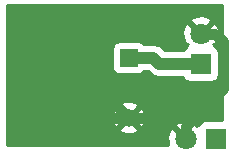
<source format=gbr>
G04 #@! TF.FileFunction,Copper,L2,Bot,Signal*
%FSLAX46Y46*%
G04 Gerber Fmt 4.6, Leading zero omitted, Abs format (unit mm)*
G04 Created by KiCad (PCBNEW no-vcs-found-product) date 20.07.2015 (пн) 10,43,06 EEST*
%MOMM*%
G01*
G04 APERTURE LIST*
%ADD10C,0.100000*%
%ADD11C,0.838200*%
%ADD12C,0.900000*%
%ADD13R,1.524000X1.524000*%
%ADD14C,1.524000*%
%ADD15R,1.800000X1.800000*%
%ADD16C,1.800000*%
%ADD17C,0.889000*%
%ADD18C,1.016000*%
%ADD19C,0.254000*%
G04 APERTURE END LIST*
D10*
D11*
X22352000Y-25387300D03*
X22352000Y-22707600D03*
D12*
X31521400Y-23672800D03*
X26962100Y-19304000D03*
X31584900Y-19100800D03*
X20574000Y-25971500D03*
D13*
X29464000Y-21082000D03*
D14*
X29464000Y-26162000D03*
D15*
X35560000Y-21590000D03*
D16*
X35560000Y-19050000D03*
D15*
X36830000Y-27940000D03*
D16*
X34290000Y-27940000D03*
D11*
X22288500Y-24003000D03*
D12*
X24828500Y-21272500D03*
D17*
X24828500Y-21272500D02*
X24828500Y-21526500D01*
X24828500Y-21526500D02*
X27305000Y-24003000D01*
X22288500Y-24003000D02*
X27305000Y-24003000D01*
X27305000Y-24003000D02*
X29464000Y-26162000D01*
X29464000Y-26162000D02*
X20764500Y-26162000D01*
X20764500Y-26162000D02*
X20574000Y-25971500D01*
X34290000Y-27940000D02*
X34290000Y-26835100D01*
X34290000Y-26835100D02*
X34963100Y-26162000D01*
X35560000Y-19050000D02*
X36804600Y-19050000D01*
X34963100Y-26162000D02*
X29464000Y-26162000D01*
X37426900Y-23698200D02*
X34963100Y-26162000D01*
X37426900Y-19672300D02*
X37426900Y-23698200D01*
X36804600Y-19050000D02*
X37426900Y-19672300D01*
D18*
X29464000Y-21082000D02*
X31572200Y-21082000D01*
X32080200Y-21590000D02*
X35560000Y-21590000D01*
X31572200Y-21082000D02*
X32080200Y-21590000D01*
D19*
G36*
X37338000Y-26392560D02*
X35930000Y-26392560D01*
X35687877Y-26439537D01*
X35475073Y-26579327D01*
X35339702Y-26779874D01*
X35305110Y-26745282D01*
X35190553Y-26859839D01*
X35104148Y-26603357D01*
X34530664Y-26393542D01*
X33920540Y-26419161D01*
X33475852Y-26603357D01*
X33389446Y-26859841D01*
X34290000Y-27760395D01*
X34304143Y-27746253D01*
X34483748Y-27925858D01*
X34469605Y-27940000D01*
X34483748Y-27954143D01*
X34304143Y-28133748D01*
X34290000Y-28119605D01*
X34275858Y-28133748D01*
X34096253Y-27954143D01*
X34110395Y-27940000D01*
X33209841Y-27039446D01*
X32953357Y-27125852D01*
X32743542Y-27699336D01*
X32769161Y-28309460D01*
X32826546Y-28448000D01*
X19177000Y-28448000D01*
X19177000Y-27142213D01*
X28663392Y-27142213D01*
X28732857Y-27384397D01*
X29256302Y-27571144D01*
X29811368Y-27543362D01*
X30195143Y-27384397D01*
X30264608Y-27142213D01*
X29464000Y-26341605D01*
X28663392Y-27142213D01*
X19177000Y-27142213D01*
X19177000Y-25954302D01*
X28054856Y-25954302D01*
X28082638Y-26509368D01*
X28241603Y-26893143D01*
X28483787Y-26962608D01*
X29284395Y-26162000D01*
X29643605Y-26162000D01*
X30444213Y-26962608D01*
X30686397Y-26893143D01*
X30873144Y-26369698D01*
X30845362Y-25814632D01*
X30686397Y-25430857D01*
X30444213Y-25361392D01*
X29643605Y-26162000D01*
X29284395Y-26162000D01*
X29284395Y-26162000D01*
X28483787Y-25361392D01*
X28241603Y-25430857D01*
X28054856Y-25954302D01*
X19177000Y-25954302D01*
X19177000Y-25181787D01*
X28663392Y-25181787D01*
X29464000Y-25982395D01*
X30264608Y-25181787D01*
X30195143Y-24939603D01*
X29671698Y-24752856D01*
X29116632Y-24780638D01*
X28732857Y-24939603D01*
X28663392Y-25181787D01*
X19177000Y-25181787D01*
X19177000Y-20320000D01*
X28054560Y-20320000D01*
X28054560Y-21844000D01*
X28101537Y-22086123D01*
X28241327Y-22298927D01*
X28452360Y-22441377D01*
X28702000Y-22491440D01*
X30226000Y-22491440D01*
X30468123Y-22444463D01*
X30680927Y-22304673D01*
X30734707Y-22225000D01*
X31098754Y-22225000D01*
X31271977Y-22398223D01*
X31642793Y-22645994D01*
X32080200Y-22733000D01*
X34060113Y-22733000D01*
X34199327Y-22944927D01*
X34410360Y-23087377D01*
X34660000Y-23137440D01*
X36460000Y-23137440D01*
X36702123Y-23090463D01*
X36914927Y-22950673D01*
X37057377Y-22739640D01*
X37107440Y-22490000D01*
X37107440Y-20690000D01*
X37060463Y-20447877D01*
X36920673Y-20235073D01*
X36720126Y-20099702D01*
X36754718Y-20065110D01*
X36640161Y-19950553D01*
X36896643Y-19864148D01*
X37106458Y-19290664D01*
X37080839Y-18680540D01*
X36896643Y-18235852D01*
X36640159Y-18149446D01*
X35739605Y-19050000D01*
X35753748Y-19064143D01*
X35574143Y-19243748D01*
X35560000Y-19229605D01*
X35545858Y-19243748D01*
X35366253Y-19064143D01*
X35380395Y-19050000D01*
X34479841Y-18149446D01*
X34223357Y-18235852D01*
X34013542Y-18809336D01*
X34039161Y-19419460D01*
X34223357Y-19864148D01*
X34479839Y-19950553D01*
X34365282Y-20065110D01*
X34400877Y-20100705D01*
X34205073Y-20229327D01*
X34062623Y-20440360D01*
X34061291Y-20447000D01*
X32553646Y-20447000D01*
X32380423Y-20273777D01*
X32009607Y-20026006D01*
X31572200Y-19939000D01*
X30735235Y-19939000D01*
X30686673Y-19865073D01*
X30475640Y-19722623D01*
X30226000Y-19672560D01*
X28702000Y-19672560D01*
X28459877Y-19719537D01*
X28247073Y-19859327D01*
X28104623Y-20070360D01*
X28054560Y-20320000D01*
X19177000Y-20320000D01*
X19177000Y-17969841D01*
X34659446Y-17969841D01*
X35560000Y-18870395D01*
X36460554Y-17969841D01*
X36374148Y-17713357D01*
X35800664Y-17503542D01*
X35190540Y-17529161D01*
X34745852Y-17713357D01*
X34659446Y-17969841D01*
X19177000Y-17969841D01*
X19177000Y-16637000D01*
X37338000Y-16637000D01*
X37338000Y-26392560D01*
X37338000Y-26392560D01*
G37*
X37338000Y-26392560D02*
X35930000Y-26392560D01*
X35687877Y-26439537D01*
X35475073Y-26579327D01*
X35339702Y-26779874D01*
X35305110Y-26745282D01*
X35190553Y-26859839D01*
X35104148Y-26603357D01*
X34530664Y-26393542D01*
X33920540Y-26419161D01*
X33475852Y-26603357D01*
X33389446Y-26859841D01*
X34290000Y-27760395D01*
X34304143Y-27746253D01*
X34483748Y-27925858D01*
X34469605Y-27940000D01*
X34483748Y-27954143D01*
X34304143Y-28133748D01*
X34290000Y-28119605D01*
X34275858Y-28133748D01*
X34096253Y-27954143D01*
X34110395Y-27940000D01*
X33209841Y-27039446D01*
X32953357Y-27125852D01*
X32743542Y-27699336D01*
X32769161Y-28309460D01*
X32826546Y-28448000D01*
X19177000Y-28448000D01*
X19177000Y-27142213D01*
X28663392Y-27142213D01*
X28732857Y-27384397D01*
X29256302Y-27571144D01*
X29811368Y-27543362D01*
X30195143Y-27384397D01*
X30264608Y-27142213D01*
X29464000Y-26341605D01*
X28663392Y-27142213D01*
X19177000Y-27142213D01*
X19177000Y-25954302D01*
X28054856Y-25954302D01*
X28082638Y-26509368D01*
X28241603Y-26893143D01*
X28483787Y-26962608D01*
X29284395Y-26162000D01*
X29643605Y-26162000D01*
X30444213Y-26962608D01*
X30686397Y-26893143D01*
X30873144Y-26369698D01*
X30845362Y-25814632D01*
X30686397Y-25430857D01*
X30444213Y-25361392D01*
X29643605Y-26162000D01*
X29284395Y-26162000D01*
X29284395Y-26162000D01*
X28483787Y-25361392D01*
X28241603Y-25430857D01*
X28054856Y-25954302D01*
X19177000Y-25954302D01*
X19177000Y-25181787D01*
X28663392Y-25181787D01*
X29464000Y-25982395D01*
X30264608Y-25181787D01*
X30195143Y-24939603D01*
X29671698Y-24752856D01*
X29116632Y-24780638D01*
X28732857Y-24939603D01*
X28663392Y-25181787D01*
X19177000Y-25181787D01*
X19177000Y-20320000D01*
X28054560Y-20320000D01*
X28054560Y-21844000D01*
X28101537Y-22086123D01*
X28241327Y-22298927D01*
X28452360Y-22441377D01*
X28702000Y-22491440D01*
X30226000Y-22491440D01*
X30468123Y-22444463D01*
X30680927Y-22304673D01*
X30734707Y-22225000D01*
X31098754Y-22225000D01*
X31271977Y-22398223D01*
X31642793Y-22645994D01*
X32080200Y-22733000D01*
X34060113Y-22733000D01*
X34199327Y-22944927D01*
X34410360Y-23087377D01*
X34660000Y-23137440D01*
X36460000Y-23137440D01*
X36702123Y-23090463D01*
X36914927Y-22950673D01*
X37057377Y-22739640D01*
X37107440Y-22490000D01*
X37107440Y-20690000D01*
X37060463Y-20447877D01*
X36920673Y-20235073D01*
X36720126Y-20099702D01*
X36754718Y-20065110D01*
X36640161Y-19950553D01*
X36896643Y-19864148D01*
X37106458Y-19290664D01*
X37080839Y-18680540D01*
X36896643Y-18235852D01*
X36640159Y-18149446D01*
X35739605Y-19050000D01*
X35753748Y-19064143D01*
X35574143Y-19243748D01*
X35560000Y-19229605D01*
X35545858Y-19243748D01*
X35366253Y-19064143D01*
X35380395Y-19050000D01*
X34479841Y-18149446D01*
X34223357Y-18235852D01*
X34013542Y-18809336D01*
X34039161Y-19419460D01*
X34223357Y-19864148D01*
X34479839Y-19950553D01*
X34365282Y-20065110D01*
X34400877Y-20100705D01*
X34205073Y-20229327D01*
X34062623Y-20440360D01*
X34061291Y-20447000D01*
X32553646Y-20447000D01*
X32380423Y-20273777D01*
X32009607Y-20026006D01*
X31572200Y-19939000D01*
X30735235Y-19939000D01*
X30686673Y-19865073D01*
X30475640Y-19722623D01*
X30226000Y-19672560D01*
X28702000Y-19672560D01*
X28459877Y-19719537D01*
X28247073Y-19859327D01*
X28104623Y-20070360D01*
X28054560Y-20320000D01*
X19177000Y-20320000D01*
X19177000Y-17969841D01*
X34659446Y-17969841D01*
X35560000Y-18870395D01*
X36460554Y-17969841D01*
X36374148Y-17713357D01*
X35800664Y-17503542D01*
X35190540Y-17529161D01*
X34745852Y-17713357D01*
X34659446Y-17969841D01*
X19177000Y-17969841D01*
X19177000Y-16637000D01*
X37338000Y-16637000D01*
X37338000Y-26392560D01*
M02*

</source>
